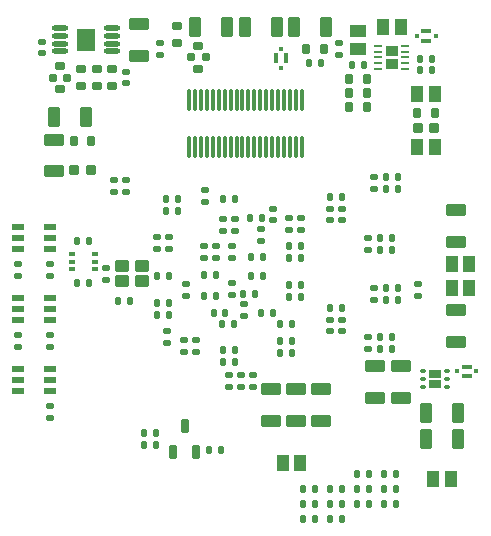
<source format=gtp>
G04 Layer_Color=8421504*
%FSLAX44Y44*%
%MOMM*%
G71*
G01*
G75*
%ADD10R,1.1300X0.8900*%
%ADD11R,1.0000X0.7000*%
G04:AMPARAMS|DCode=12|XSize=0.6mm|YSize=0.5mm|CornerRadius=0.0625mm|HoleSize=0mm|Usage=FLASHONLY|Rotation=90.000|XOffset=0mm|YOffset=0mm|HoleType=Round|Shape=RoundedRectangle|*
%AMROUNDEDRECTD12*
21,1,0.6000,0.3750,0,0,90.0*
21,1,0.4750,0.5000,0,0,90.0*
1,1,0.1250,0.1875,0.2375*
1,1,0.1250,0.1875,-0.2375*
1,1,0.1250,-0.1875,-0.2375*
1,1,0.1250,-0.1875,0.2375*
%
%ADD12ROUNDEDRECTD12*%
G04:AMPARAMS|DCode=13|XSize=0.6mm|YSize=0.5mm|CornerRadius=0.0625mm|HoleSize=0mm|Usage=FLASHONLY|Rotation=0.000|XOffset=0mm|YOffset=0mm|HoleType=Round|Shape=RoundedRectangle|*
%AMROUNDEDRECTD13*
21,1,0.6000,0.3750,0,0,0.0*
21,1,0.4750,0.5000,0,0,0.0*
1,1,0.1250,0.2375,-0.1875*
1,1,0.1250,-0.2375,-0.1875*
1,1,0.1250,-0.2375,0.1875*
1,1,0.1250,0.2375,0.1875*
%
%ADD13ROUNDEDRECTD13*%
G04:AMPARAMS|DCode=14|XSize=0.8mm|YSize=0.6mm|CornerRadius=0.075mm|HoleSize=0mm|Usage=FLASHONLY|Rotation=180.000|XOffset=0mm|YOffset=0mm|HoleType=Round|Shape=RoundedRectangle|*
%AMROUNDEDRECTD14*
21,1,0.8000,0.4500,0,0,180.0*
21,1,0.6500,0.6000,0,0,180.0*
1,1,0.1500,-0.3250,0.2250*
1,1,0.1500,0.3250,0.2250*
1,1,0.1500,0.3250,-0.2250*
1,1,0.1500,-0.3250,-0.2250*
%
%ADD14ROUNDEDRECTD14*%
G04:AMPARAMS|DCode=15|XSize=0.65mm|YSize=0.6mm|CornerRadius=0.075mm|HoleSize=0mm|Usage=FLASHONLY|Rotation=180.000|XOffset=0mm|YOffset=0mm|HoleType=Round|Shape=RoundedRectangle|*
%AMROUNDEDRECTD15*
21,1,0.6500,0.4500,0,0,180.0*
21,1,0.5000,0.6000,0,0,180.0*
1,1,0.1500,-0.2500,0.2250*
1,1,0.1500,0.2500,0.2250*
1,1,0.1500,0.2500,-0.2250*
1,1,0.1500,-0.2500,-0.2250*
%
%ADD15ROUNDEDRECTD15*%
G04:AMPARAMS|DCode=16|XSize=1.7mm|YSize=1.1mm|CornerRadius=0.1375mm|HoleSize=0mm|Usage=FLASHONLY|Rotation=0.000|XOffset=0mm|YOffset=0mm|HoleType=Round|Shape=RoundedRectangle|*
%AMROUNDEDRECTD16*
21,1,1.7000,0.8250,0,0,0.0*
21,1,1.4250,1.1000,0,0,0.0*
1,1,0.2750,0.7125,-0.4125*
1,1,0.2750,-0.7125,-0.4125*
1,1,0.2750,-0.7125,0.4125*
1,1,0.2750,0.7125,0.4125*
%
%ADD16ROUNDEDRECTD16*%
G04:AMPARAMS|DCode=17|XSize=1.7mm|YSize=1.1mm|CornerRadius=0.1375mm|HoleSize=0mm|Usage=FLASHONLY|Rotation=270.000|XOffset=0mm|YOffset=0mm|HoleType=Round|Shape=RoundedRectangle|*
%AMROUNDEDRECTD17*
21,1,1.7000,0.8250,0,0,270.0*
21,1,1.4250,1.1000,0,0,270.0*
1,1,0.2750,-0.4125,-0.7125*
1,1,0.2750,-0.4125,0.7125*
1,1,0.2750,0.4125,0.7125*
1,1,0.2750,0.4125,-0.7125*
%
%ADD17ROUNDEDRECTD17*%
G04:AMPARAMS|DCode=18|XSize=0.4mm|YSize=0.4mm|CornerRadius=0.05mm|HoleSize=0mm|Usage=FLASHONLY|Rotation=270.000|XOffset=0mm|YOffset=0mm|HoleType=Round|Shape=RoundedRectangle|*
%AMROUNDEDRECTD18*
21,1,0.4000,0.3000,0,0,270.0*
21,1,0.3000,0.4000,0,0,270.0*
1,1,0.1000,-0.1500,-0.1500*
1,1,0.1000,-0.1500,0.1500*
1,1,0.1000,0.1500,0.1500*
1,1,0.1000,0.1500,-0.1500*
%
%ADD18ROUNDEDRECTD18*%
G04:AMPARAMS|DCode=19|XSize=0.4mm|YSize=0.8mm|CornerRadius=0.05mm|HoleSize=0mm|Usage=FLASHONLY|Rotation=270.000|XOffset=0mm|YOffset=0mm|HoleType=Round|Shape=RoundedRectangle|*
%AMROUNDEDRECTD19*
21,1,0.4000,0.7000,0,0,270.0*
21,1,0.3000,0.8000,0,0,270.0*
1,1,0.1000,-0.3500,-0.1500*
1,1,0.1000,-0.3500,0.1500*
1,1,0.1000,0.3500,0.1500*
1,1,0.1000,0.3500,-0.1500*
%
%ADD19ROUNDEDRECTD19*%
G04:AMPARAMS|DCode=20|XSize=0.4mm|YSize=0.4mm|CornerRadius=0.05mm|HoleSize=0mm|Usage=FLASHONLY|Rotation=0.000|XOffset=0mm|YOffset=0mm|HoleType=Round|Shape=RoundedRectangle|*
%AMROUNDEDRECTD20*
21,1,0.4000,0.3000,0,0,0.0*
21,1,0.3000,0.4000,0,0,0.0*
1,1,0.1000,0.1500,-0.1500*
1,1,0.1000,-0.1500,-0.1500*
1,1,0.1000,-0.1500,0.1500*
1,1,0.1000,0.1500,0.1500*
%
%ADD20ROUNDEDRECTD20*%
G04:AMPARAMS|DCode=21|XSize=0.4mm|YSize=0.8mm|CornerRadius=0.05mm|HoleSize=0mm|Usage=FLASHONLY|Rotation=0.000|XOffset=0mm|YOffset=0mm|HoleType=Round|Shape=RoundedRectangle|*
%AMROUNDEDRECTD21*
21,1,0.4000,0.7000,0,0,0.0*
21,1,0.3000,0.8000,0,0,0.0*
1,1,0.1000,0.1500,-0.3500*
1,1,0.1000,-0.1500,-0.3500*
1,1,0.1000,-0.1500,0.3500*
1,1,0.1000,0.1500,0.3500*
%
%ADD21ROUNDEDRECTD21*%
G04:AMPARAMS|DCode=22|XSize=1.4mm|YSize=1.1mm|CornerRadius=0.1375mm|HoleSize=0mm|Usage=FLASHONLY|Rotation=90.000|XOffset=0mm|YOffset=0mm|HoleType=Round|Shape=RoundedRectangle|*
%AMROUNDEDRECTD22*
21,1,1.4000,0.8250,0,0,90.0*
21,1,1.1250,1.1000,0,0,90.0*
1,1,0.2750,0.4125,0.5625*
1,1,0.2750,0.4125,-0.5625*
1,1,0.2750,-0.4125,-0.5625*
1,1,0.2750,-0.4125,0.5625*
%
%ADD22ROUNDEDRECTD22*%
G04:AMPARAMS|DCode=23|XSize=1.4mm|YSize=1.1mm|CornerRadius=0.1375mm|HoleSize=0mm|Usage=FLASHONLY|Rotation=0.000|XOffset=0mm|YOffset=0mm|HoleType=Round|Shape=RoundedRectangle|*
%AMROUNDEDRECTD23*
21,1,1.4000,0.8250,0,0,0.0*
21,1,1.1250,1.1000,0,0,0.0*
1,1,0.2750,0.5625,-0.4125*
1,1,0.2750,-0.5625,-0.4125*
1,1,0.2750,-0.5625,0.4125*
1,1,0.2750,0.5625,0.4125*
%
%ADD23ROUNDEDRECTD23*%
G04:AMPARAMS|DCode=24|XSize=0.9mm|YSize=0.8mm|CornerRadius=0.1mm|HoleSize=0mm|Usage=FLASHONLY|Rotation=90.000|XOffset=0mm|YOffset=0mm|HoleType=Round|Shape=RoundedRectangle|*
%AMROUNDEDRECTD24*
21,1,0.9000,0.6000,0,0,90.0*
21,1,0.7000,0.8000,0,0,90.0*
1,1,0.2000,0.3000,0.3500*
1,1,0.2000,0.3000,-0.3500*
1,1,0.2000,-0.3000,-0.3500*
1,1,0.2000,-0.3000,0.3500*
%
%ADD24ROUNDEDRECTD24*%
G04:AMPARAMS|DCode=25|XSize=1.2mm|YSize=1mm|CornerRadius=0.125mm|HoleSize=0mm|Usage=FLASHONLY|Rotation=180.000|XOffset=0mm|YOffset=0mm|HoleType=Round|Shape=RoundedRectangle|*
%AMROUNDEDRECTD25*
21,1,1.2000,0.7500,0,0,180.0*
21,1,0.9500,1.0000,0,0,180.0*
1,1,0.2500,-0.4750,0.3750*
1,1,0.2500,0.4750,0.3750*
1,1,0.2500,0.4750,-0.3750*
1,1,0.2500,-0.4750,-0.3750*
%
%ADD25ROUNDEDRECTD25*%
G04:AMPARAMS|DCode=26|XSize=0.6mm|YSize=1.15mm|CornerRadius=0.075mm|HoleSize=0mm|Usage=FLASHONLY|Rotation=180.000|XOffset=0mm|YOffset=0mm|HoleType=Round|Shape=RoundedRectangle|*
%AMROUNDEDRECTD26*
21,1,0.6000,1.0000,0,0,180.0*
21,1,0.4500,1.1500,0,0,180.0*
1,1,0.1500,-0.2250,0.5000*
1,1,0.1500,0.2250,0.5000*
1,1,0.1500,0.2250,-0.5000*
1,1,0.1500,-0.2250,-0.5000*
%
%ADD26ROUNDEDRECTD26*%
G04:AMPARAMS|DCode=27|XSize=0.9mm|YSize=0.6mm|CornerRadius=0.075mm|HoleSize=0mm|Usage=FLASHONLY|Rotation=90.000|XOffset=0mm|YOffset=0mm|HoleType=Round|Shape=RoundedRectangle|*
%AMROUNDEDRECTD27*
21,1,0.9000,0.4500,0,0,90.0*
21,1,0.7500,0.6000,0,0,90.0*
1,1,0.1500,0.2250,0.3750*
1,1,0.1500,0.2250,-0.3750*
1,1,0.1500,-0.2250,-0.3750*
1,1,0.1500,-0.2250,0.3750*
%
%ADD27ROUNDEDRECTD27*%
G04:AMPARAMS|DCode=28|XSize=0.9mm|YSize=0.6mm|CornerRadius=0.075mm|HoleSize=0mm|Usage=FLASHONLY|Rotation=0.000|XOffset=0mm|YOffset=0mm|HoleType=Round|Shape=RoundedRectangle|*
%AMROUNDEDRECTD28*
21,1,0.9000,0.4500,0,0,0.0*
21,1,0.7500,0.6000,0,0,0.0*
1,1,0.1500,0.3750,-0.2250*
1,1,0.1500,-0.3750,-0.2250*
1,1,0.1500,-0.3750,0.2250*
1,1,0.1500,0.3750,0.2250*
%
%ADD28ROUNDEDRECTD28*%
G04:AMPARAMS|DCode=29|XSize=1.57mm|YSize=1.89mm|CornerRadius=0.1963mm|HoleSize=0mm|Usage=FLASHONLY|Rotation=180.000|XOffset=0mm|YOffset=0mm|HoleType=Round|Shape=RoundedRectangle|*
%AMROUNDEDRECTD29*
21,1,1.5700,1.4975,0,0,180.0*
21,1,1.1775,1.8900,0,0,180.0*
1,1,0.3925,-0.5888,0.7488*
1,1,0.3925,0.5888,0.7488*
1,1,0.3925,0.5888,-0.7488*
1,1,0.3925,-0.5888,-0.7488*
%
%ADD29ROUNDEDRECTD29*%
%ADD30O,1.4000X0.4500*%
G04:AMPARAMS|DCode=31|XSize=0.25mm|YSize=0.6mm|CornerRadius=0.0313mm|HoleSize=0mm|Usage=FLASHONLY|Rotation=90.000|XOffset=0mm|YOffset=0mm|HoleType=Round|Shape=RoundedRectangle|*
%AMROUNDEDRECTD31*
21,1,0.2500,0.5375,0,0,90.0*
21,1,0.1875,0.6000,0,0,90.0*
1,1,0.0625,0.2687,0.0938*
1,1,0.0625,0.2687,-0.0938*
1,1,0.0625,-0.2687,-0.0938*
1,1,0.0625,-0.2687,0.0938*
%
%ADD31ROUNDEDRECTD31*%
G04:AMPARAMS|DCode=32|XSize=0.3mm|YSize=0.45mm|CornerRadius=0.0375mm|HoleSize=0mm|Usage=FLASHONLY|Rotation=90.000|XOffset=0mm|YOffset=0mm|HoleType=Round|Shape=RoundedRectangle|*
%AMROUNDEDRECTD32*
21,1,0.3000,0.3750,0,0,90.0*
21,1,0.2250,0.4500,0,0,90.0*
1,1,0.0750,0.1875,0.1125*
1,1,0.0750,0.1875,-0.1125*
1,1,0.0750,-0.1875,-0.1125*
1,1,0.0750,-0.1875,0.1125*
%
%ADD32ROUNDEDRECTD32*%
G04:AMPARAMS|DCode=33|XSize=0.5mm|YSize=0.4mm|CornerRadius=0.05mm|HoleSize=0mm|Usage=FLASHONLY|Rotation=0.000|XOffset=0mm|YOffset=0mm|HoleType=Round|Shape=RoundedRectangle|*
%AMROUNDEDRECTD33*
21,1,0.5000,0.3000,0,0,0.0*
21,1,0.4000,0.4000,0,0,0.0*
1,1,0.1000,0.2000,-0.1500*
1,1,0.1000,-0.2000,-0.1500*
1,1,0.1000,-0.2000,0.1500*
1,1,0.1000,0.2000,0.1500*
%
%ADD33ROUNDEDRECTD33*%
G04:AMPARAMS|DCode=34|XSize=0.55mm|YSize=1mm|CornerRadius=0.0688mm|HoleSize=0mm|Usage=FLASHONLY|Rotation=270.000|XOffset=0mm|YOffset=0mm|HoleType=Round|Shape=RoundedRectangle|*
%AMROUNDEDRECTD34*
21,1,0.5500,0.8625,0,0,270.0*
21,1,0.4125,1.0000,0,0,270.0*
1,1,0.1375,-0.4313,-0.2062*
1,1,0.1375,-0.4313,0.2062*
1,1,0.1375,0.4313,0.2062*
1,1,0.1375,0.4313,-0.2062*
%
%ADD34ROUNDEDRECTD34*%
G04:AMPARAMS|DCode=35|XSize=0.3mm|YSize=1.8mm|CornerRadius=0.0375mm|HoleSize=0mm|Usage=FLASHONLY|Rotation=180.000|XOffset=0mm|YOffset=0mm|HoleType=Round|Shape=RoundedRectangle|*
%AMROUNDEDRECTD35*
21,1,0.3000,1.7250,0,0,180.0*
21,1,0.2250,1.8000,0,0,180.0*
1,1,0.0750,-0.1125,0.8625*
1,1,0.0750,0.1125,0.8625*
1,1,0.0750,0.1125,-0.8625*
1,1,0.0750,-0.1125,-0.8625*
%
%ADD35ROUNDEDRECTD35*%
D10*
X124001Y180550D02*
D03*
X123999Y169452D02*
D03*
D11*
X160500Y-92750D02*
D03*
Y-101750D02*
D03*
D12*
X15000Y6000D02*
D03*
X5000D02*
D03*
X15000Y-10000D02*
D03*
X5000D02*
D03*
X-10000Y-51000D02*
D03*
X-20000D02*
D03*
X-19000Y-73000D02*
D03*
X-9000D02*
D03*
X14000Y39000D02*
D03*
X4000D02*
D03*
X-19000Y-83000D02*
D03*
X-9000D02*
D03*
X-2000Y-25000D02*
D03*
X8000D02*
D03*
X23000Y-41000D02*
D03*
X13000D02*
D03*
X-65000Y-43000D02*
D03*
X-75000D02*
D03*
X-65000Y-33000D02*
D03*
X-75000D02*
D03*
X-25000Y-27000D02*
D03*
X-35000D02*
D03*
X-25000Y-9000D02*
D03*
X-35000D02*
D03*
X-17000Y-41000D02*
D03*
X-27000D02*
D03*
X-67000Y55000D02*
D03*
X-57000D02*
D03*
X-75000Y-10000D02*
D03*
X-65000D02*
D03*
X-67000Y45000D02*
D03*
X-57000D02*
D03*
X-9000Y55000D02*
D03*
X-19000D02*
D03*
X47000Y-28000D02*
D03*
X37000D02*
D03*
X39000Y-75250D02*
D03*
X29000D02*
D03*
X47000Y-18000D02*
D03*
X37000D02*
D03*
X39000Y-51000D02*
D03*
X29000D02*
D03*
X39000Y-65250D02*
D03*
X29000D02*
D03*
X37000Y5000D02*
D03*
X47000D02*
D03*
X37000Y15000D02*
D03*
X47000D02*
D03*
X100000Y169000D02*
D03*
X90000D02*
D03*
X158000Y174000D02*
D03*
X148000D02*
D03*
X72000Y-37000D02*
D03*
X82000D02*
D03*
X129000Y-20000D02*
D03*
X119000D02*
D03*
X114000Y-62000D02*
D03*
X124000D02*
D03*
X129000Y-30000D02*
D03*
X119000D02*
D03*
X72000Y57000D02*
D03*
X82000D02*
D03*
X129000Y74000D02*
D03*
X119000D02*
D03*
X114000Y22000D02*
D03*
X124000D02*
D03*
X129000Y64000D02*
D03*
X119000D02*
D03*
X54000Y170000D02*
D03*
X64000D02*
D03*
X117498Y-177699D02*
D03*
X127498D02*
D03*
X71498Y-215799D02*
D03*
X81498D02*
D03*
X117498Y-190399D02*
D03*
X127498D02*
D03*
X117498Y-203099D02*
D03*
X127498D02*
D03*
X71498Y-190399D02*
D03*
X81498D02*
D03*
X104498Y-177699D02*
D03*
X94498D02*
D03*
X58498Y-203099D02*
D03*
X48498D02*
D03*
Y-215799D02*
D03*
X58498D02*
D03*
X94498Y-190399D02*
D03*
X104498D02*
D03*
X81498Y-203099D02*
D03*
X71498D02*
D03*
X94498D02*
D03*
X104498D02*
D03*
X48498Y-190399D02*
D03*
X58498D02*
D03*
X-21000Y-157000D02*
D03*
X-31000D02*
D03*
X-85500Y-143000D02*
D03*
X-75500D02*
D03*
Y-153000D02*
D03*
X-85500D02*
D03*
X158000Y164000D02*
D03*
X148000D02*
D03*
X124000Y-72000D02*
D03*
X114000D02*
D03*
X124000Y12000D02*
D03*
X114000D02*
D03*
X-108000Y-31000D02*
D03*
X-98000D02*
D03*
X-132250Y-16000D02*
D03*
X-142250D02*
D03*
X-132250Y20000D02*
D03*
X-142250D02*
D03*
D13*
X-11000Y5000D02*
D03*
Y15000D02*
D03*
X-11000Y-16000D02*
D03*
Y-26000D02*
D03*
X13000Y20000D02*
D03*
Y30000D02*
D03*
X-19000Y38000D02*
D03*
Y28000D02*
D03*
X-1000Y-34000D02*
D03*
Y-44000D02*
D03*
X-9000Y28000D02*
D03*
Y38000D02*
D03*
X-52000Y-64000D02*
D03*
Y-74000D02*
D03*
X-42000Y-64000D02*
D03*
Y-74000D02*
D03*
X-66000Y-57000D02*
D03*
Y-67000D02*
D03*
X-35000Y15000D02*
D03*
Y5000D02*
D03*
X-25000D02*
D03*
Y15000D02*
D03*
X-75000Y23000D02*
D03*
Y13000D02*
D03*
X-65000Y23000D02*
D03*
Y13000D02*
D03*
X-34000Y63000D02*
D03*
Y53000D02*
D03*
X47000Y39000D02*
D03*
Y29000D02*
D03*
X37000Y39000D02*
D03*
Y29000D02*
D03*
X23000Y37000D02*
D03*
Y47000D02*
D03*
X-101002Y163001D02*
D03*
Y153001D02*
D03*
X-172000Y178500D02*
D03*
Y188500D02*
D03*
X109000Y-20000D02*
D03*
Y-30000D02*
D03*
X72000Y-57000D02*
D03*
Y-47000D02*
D03*
X82000Y-57000D02*
D03*
Y-47000D02*
D03*
X109000Y74000D02*
D03*
Y64000D02*
D03*
X72000Y37000D02*
D03*
Y47000D02*
D03*
X82000Y37000D02*
D03*
Y47000D02*
D03*
X-165500Y-130000D02*
D03*
Y-120000D02*
D03*
X-165500Y-70000D02*
D03*
Y-60000D02*
D03*
X-165500Y-10000D02*
D03*
Y0D02*
D03*
X-118000Y-13000D02*
D03*
Y-3000D02*
D03*
X-72000Y187000D02*
D03*
Y177000D02*
D03*
X79000D02*
D03*
Y187000D02*
D03*
X-50000Y-17000D02*
D03*
Y-27000D02*
D03*
X-111000Y71000D02*
D03*
Y61000D02*
D03*
X-101000Y71000D02*
D03*
Y61000D02*
D03*
X6000Y-94000D02*
D03*
Y-104000D02*
D03*
X-4000Y-94000D02*
D03*
Y-104000D02*
D03*
X-14000Y-94000D02*
D03*
Y-104000D02*
D03*
X146000Y-17000D02*
D03*
Y-27000D02*
D03*
X-192500Y-70000D02*
D03*
Y-60000D02*
D03*
Y-10000D02*
D03*
Y0D02*
D03*
X104000Y-72000D02*
D03*
Y-62000D02*
D03*
Y12000D02*
D03*
Y22000D02*
D03*
D14*
X-157000Y148000D02*
D03*
Y168000D02*
D03*
X-40000Y185000D02*
D03*
Y165000D02*
D03*
D15*
X-150750Y158000D02*
D03*
X-163250D02*
D03*
X-46250Y175000D02*
D03*
X-33750D02*
D03*
D16*
X-162000Y105500D02*
D03*
Y78500D02*
D03*
X-90000Y203500D02*
D03*
Y176500D02*
D03*
X178000Y-38500D02*
D03*
Y-65500D02*
D03*
X22000Y-133000D02*
D03*
Y-106000D02*
D03*
X43000Y-133000D02*
D03*
Y-106000D02*
D03*
X64000Y-133000D02*
D03*
Y-106000D02*
D03*
X178000Y18500D02*
D03*
Y45500D02*
D03*
X132000Y-113500D02*
D03*
Y-86500D02*
D03*
X110000Y-113500D02*
D03*
Y-86500D02*
D03*
D17*
X-135000Y125000D02*
D03*
X-162000D02*
D03*
X-15500Y201000D02*
D03*
X-42500D02*
D03*
X68500Y201000D02*
D03*
X41500D02*
D03*
X-500D02*
D03*
X26500D02*
D03*
X153000Y-126251D02*
D03*
X180000D02*
D03*
X153000Y-148251D02*
D03*
X180000D02*
D03*
D18*
X161000Y193000D02*
D03*
X145000D02*
D03*
X195500Y-90750D02*
D03*
X179500D02*
D03*
D19*
X153000Y197000D02*
D03*
Y189000D02*
D03*
X187500Y-86750D02*
D03*
Y-94750D02*
D03*
D20*
X30000Y182500D02*
D03*
Y166500D02*
D03*
D21*
X26000Y174500D02*
D03*
X34000D02*
D03*
D22*
X145500Y99000D02*
D03*
X160500D02*
D03*
X145500Y144000D02*
D03*
X160500D02*
D03*
X116500Y201000D02*
D03*
X131500D02*
D03*
X174500Y-0D02*
D03*
X189500D02*
D03*
X174500Y-20000D02*
D03*
X189500D02*
D03*
X31498Y-168001D02*
D03*
X46498D02*
D03*
X159001Y-181752D02*
D03*
X174001D02*
D03*
D23*
X95000Y197500D02*
D03*
Y182500D02*
D03*
D24*
X-131000Y80000D02*
D03*
X-145000D02*
D03*
X146000Y115000D02*
D03*
X160000D02*
D03*
D25*
X-87500Y-1500D02*
D03*
Y-14500D02*
D03*
X-104500Y-1500D02*
D03*
Y-14500D02*
D03*
D26*
X-51500Y-136750D02*
D03*
X-42000Y-159250D02*
D03*
X-61000D02*
D03*
D27*
X-145500Y104000D02*
D03*
X-130500D02*
D03*
X160500Y128000D02*
D03*
X145500D02*
D03*
X51500Y182000D02*
D03*
X66500D02*
D03*
X87500Y157000D02*
D03*
X102500D02*
D03*
X87500Y133000D02*
D03*
X102500D02*
D03*
Y145000D02*
D03*
X87500D02*
D03*
D28*
X-58000Y202000D02*
D03*
Y187000D02*
D03*
X-113002Y165501D02*
D03*
Y150501D02*
D03*
X-126000Y150500D02*
D03*
Y165500D02*
D03*
X-139000Y150500D02*
D03*
Y165500D02*
D03*
D29*
X-135000Y190000D02*
D03*
D30*
X-157000Y199749D02*
D03*
Y193249D02*
D03*
Y186749D02*
D03*
Y180249D02*
D03*
X-113000Y199749D02*
D03*
Y193249D02*
D03*
Y186749D02*
D03*
Y180249D02*
D03*
D31*
X135501Y165002D02*
D03*
Y170002D02*
D03*
Y175002D02*
D03*
Y180002D02*
D03*
Y185002D02*
D03*
X112501Y165002D02*
D03*
Y170002D02*
D03*
Y175002D02*
D03*
Y180002D02*
D03*
Y185002D02*
D03*
D32*
X170250Y-103750D02*
D03*
Y-97250D02*
D03*
Y-90750D02*
D03*
X150750Y-103750D02*
D03*
Y-97250D02*
D03*
Y-90750D02*
D03*
D33*
X-146751Y8501D02*
D03*
Y2001D02*
D03*
X-127751Y-4499D02*
D03*
X-127751Y2001D02*
D03*
Y8501D02*
D03*
X-146751Y-4499D02*
D03*
D34*
X-165499Y-47500D02*
D03*
Y-38000D02*
D03*
Y-28500D02*
D03*
X-192499D02*
D03*
Y-38000D02*
D03*
Y-47500D02*
D03*
X-165499Y12500D02*
D03*
Y22000D02*
D03*
Y31500D02*
D03*
X-192499D02*
D03*
Y22000D02*
D03*
Y12500D02*
D03*
X-165499Y-107500D02*
D03*
Y-98000D02*
D03*
Y-88500D02*
D03*
X-192499D02*
D03*
Y-98000D02*
D03*
Y-107500D02*
D03*
D35*
X-47500Y139000D02*
D03*
X-42500D02*
D03*
X-37500D02*
D03*
X-32500D02*
D03*
X-27500D02*
D03*
X-22500D02*
D03*
X-17500D02*
D03*
X-12500D02*
D03*
X-7500D02*
D03*
X-2500D02*
D03*
X2500D02*
D03*
X7500D02*
D03*
X12500D02*
D03*
X17500D02*
D03*
X22500D02*
D03*
X27500D02*
D03*
X32500D02*
D03*
X37500D02*
D03*
X42500D02*
D03*
X47500D02*
D03*
Y99000D02*
D03*
X42500D02*
D03*
X37500D02*
D03*
X32500D02*
D03*
X27500D02*
D03*
X22500D02*
D03*
X17500D02*
D03*
X12500D02*
D03*
X7500D02*
D03*
X2500D02*
D03*
X-2500D02*
D03*
X-7500D02*
D03*
X-12500D02*
D03*
X-17500D02*
D03*
X-22500D02*
D03*
X-27500D02*
D03*
X-32500D02*
D03*
X-37500D02*
D03*
X-42500D02*
D03*
X-47500D02*
D03*
M02*

</source>
